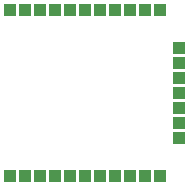
<source format=gbp>
G04 Layer_Color=128*
%FSLAX25Y25*%
%MOIN*%
G70*
G01*
G75*
%ADD16R,0.03937X0.03937*%
D16*
X362500Y355161D02*
D03*
X367500D02*
D03*
X372500D02*
D03*
X382500D02*
D03*
X332500D02*
D03*
X357500D02*
D03*
X352500D02*
D03*
X377500D02*
D03*
X337500D02*
D03*
X347500D02*
D03*
X342500D02*
D03*
X372500Y410310D02*
D03*
X357500D02*
D03*
X382500D02*
D03*
X332500D02*
D03*
X337500D02*
D03*
X352500D02*
D03*
X377500D02*
D03*
X347500D02*
D03*
X342500D02*
D03*
X367500D02*
D03*
X362500D02*
D03*
X388820Y392719D02*
D03*
Y367719D02*
D03*
Y372719D02*
D03*
Y377719D02*
D03*
Y382719D02*
D03*
Y387719D02*
D03*
Y397719D02*
D03*
M02*

</source>
